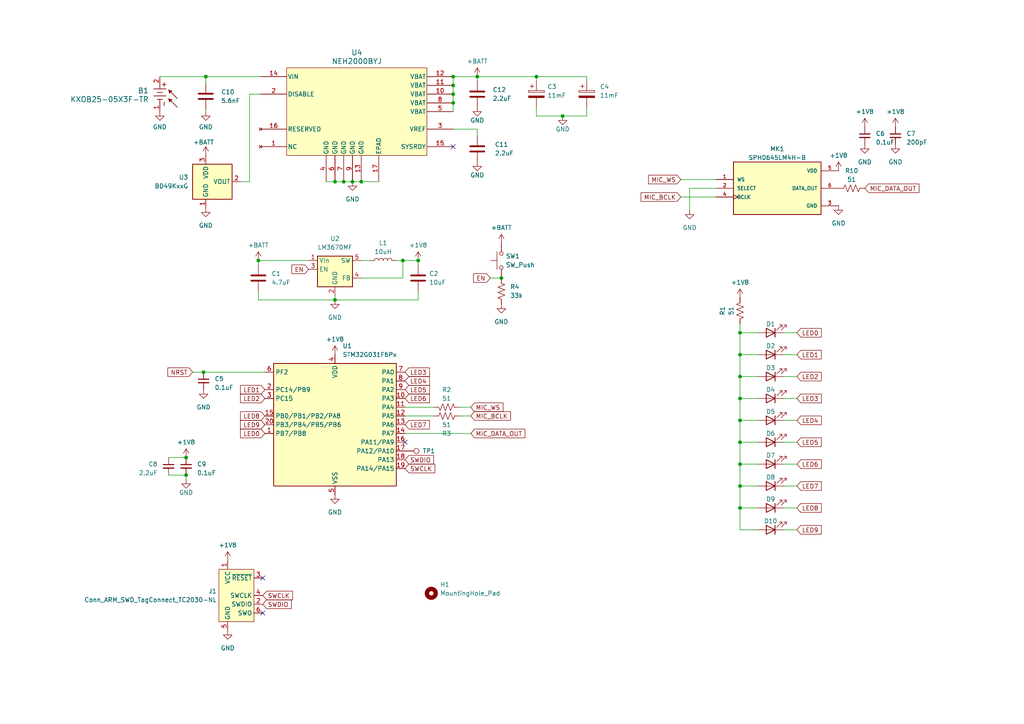
<source format=kicad_sch>
(kicad_sch (version 20230121) (generator eeschema)
  (paper "A4")
  (title_block (title "NoiseCard") (date "2024-06-10") (rev "2") (company "bitgloo") (comment 1 "Drawn by Clyne Sullivan") (comment 2 "Released under the CERN Open Hardware License Version 2 - Strongly Reciprocal"))
  (lib_symbols
    (symbol "2024-06-10_19-49-35:NEH2000BYJ" (pin_names (offset 0.254))
      (property "Reference" "U" (at 27.94 10.16 0))
      (property "Value" "NEH2000BYJ" (at 27.94 7.62 0))
      (symbol "NEH2000BYJ_0_1"
        (pin no_connect line (at 0 -20.32 0) (length 7.62) (name "NC") (number "1"))
        (pin power_in line (at 55.88 -5.08 180) (length 7.62) (name "VBAT") (number "10"))
        (pin power_in line (at 55.88 -2.54 180) (length 7.62) (name "VBAT") (number "11"))
        (pin power_in line (at 55.88 0 180) (length 7.62) (name "VBAT") (number "12"))
        (pin power_out line (at 29.21 -30.48 90) (length 7.62) (name "GND") (number "13"))
        (pin input line (at 0 0 0) (length 7.62) (name "VIN") (number "14"))
        (pin output line (at 55.88 -20.32 180) (length 7.62) (name "SYSRDY") (number "15"))
        (pin no_connect line (at 0 -15.24 0) (length 7.62) (name "RESERVED") (number "16"))
        (pin power_out line (at 34.29 -30.48 90) (length 7.62) (name "EPAD") (number "17"))
        (pin unspecified line (at 0 -5.08 0) (length 7.62) (name "DISABLE") (number "2"))
        (pin power_in line (at 55.88 -15.24 180) (length 7.62) (name "VREF") (number "3"))
        (pin power_out line (at 19.05 -30.48 90) (length 7.62) (name "GND") (number "4"))
        (pin power_in line (at 55.88 -10.16 180) (length 7.62) (name "VBAT") (number "5"))
        (pin power_out line (at 21.59 -30.48 90) (length 7.62) (name "GND") (number "6"))
        (pin power_out line (at 24.13 -30.48 90) (length 7.62) (name "GND") (number "7"))
        (pin power_in line (at 55.88 -7.62 180) (length 7.62) (name "VBAT") (number "8"))
        (pin power_out line (at 26.67 -30.48 90) (length 7.62) (name "GND") (number "9"))
      )
      (symbol "NEH2000BYJ_1_1"
        (rectangle (start 7.62 2.54) (end 48.26 -22.86) (fill (type background)))
      )
    )
    (symbol "Connector:Conn_ARM_SWD_TagConnect_TC2030-NL" (in_bom no)
      (property "Reference" "J" (at 2.54 11.43 0))
      (property "Value" "Conn_ARM_SWD_TagConnect_TC2030-NL" (at 2.54 8.89 0))
      (symbol "Conn_ARM_SWD_TagConnect_TC2030-NL_0_0"
        (pin power_in line (at -2.54 10.16 270) (length 2.54) (name "VCC") (number "1"))
        (pin bidirectional line (at 7.62 -2.54 180) (length 2.54) (name "SWDIO") (number "2"))
        (pin open_collector line (at 7.62 5.08 180) (length 2.54) (name "~{RESET}") (number "3"))
        (pin output line (at 7.62 0 180) (length 2.54) (name "SWCLK") (number "4"))
        (pin power_in line (at -2.54 -10.16 90) (length 2.54) (name "GND") (number "5"))
        (pin input line (at 7.62 -5.08 180) (length 2.54) (name "SWO") (number "6"))
      )
      (symbol "Conn_ARM_SWD_TagConnect_TC2030-NL_0_1"
        (rectangle (start -5.08 7.62) (end 5.08 -7.62) (fill (type background)))
      )
    )
    (symbol "Connector:TestPoint" (pin_numbers hide) (pin_names (offset 0.762) hide)
      (property "Reference" "TP" (at 0 6.858 0))
      (property "Value" "TestPoint" (at 0 5.08 0))
      (symbol "TestPoint_0_1"
        (circle (center 0 3.302) (radius 0.762))
      )
      (symbol "TestPoint_1_1"
        (pin passive line (at 0 0 90) (length 2.54) (name "1") (number "1"))
      )
    )
    (symbol "Device:C" (pin_numbers hide) (pin_names (offset 0.254))
      (property "Reference" "C" (at 0.635 2.54 0))
      (property "Value" "C" (at 0.635 -2.54 0))
      (symbol "C_0_1"
        (polyline (pts (xy -2.032 -0.762) (xy 2.032 -0.762)) (stroke (width 0.508)))
        (polyline (pts (xy -2.032 0.762) (xy 2.032 0.762)) (stroke (width 0.508)))
      )
      (symbol "C_1_1"
        (pin passive line (at 0 3.81 270) (length 2.794) (name "~") (number "1"))
        (pin passive line (at 0 -3.81 90) (length 2.794) (name "~") (number "2"))
      )
    )
    (symbol "Device:C_Polarized" (pin_numbers hide) (pin_names (offset 0.254))
      (property "Reference" "C" (at 0.635 2.54 0))
      (property "Value" "C_Polarized" (at 0.635 -2.54 0))
      (symbol "C_Polarized_0_1"
        (rectangle (start -2.286 0.508) (end 2.286 1.016))
        (polyline (pts (xy -1.778 2.286) (xy -0.762 2.286)))
        (polyline (pts (xy -1.27 2.794) (xy -1.27 1.778)))
        (rectangle (start 2.286 -0.508) (end -2.286 -1.016) (fill (type outline)))
      )
      (symbol "C_Polarized_1_1"
        (pin passive line (at 0 3.81 270) (length 2.794) (name "~") (number "1"))
        (pin passive line (at 0 -3.81 90) (length 2.794) (name "~") (number "2"))
      )
    )
    (symbol "Device:C_Small" (pin_numbers hide) (pin_names (offset 0.254) hide)
      (property "Reference" "C" (at 0.254 1.778 0))
      (property "Value" "C_Small" (at 0.254 -2.032 0))
      (symbol "C_Small_0_1"
        (polyline (pts (xy -1.524 -0.508) (xy 1.524 -0.508)) (stroke (width 0.3302)))
        (polyline (pts (xy -1.524 0.508) (xy 1.524 0.508)) (stroke (width 0.3048)))
      )
      (symbol "C_Small_1_1"
        (pin passive line (at 0 2.54 270) (length 2.032) (name "~") (number "1"))
        (pin passive line (at 0 -2.54 90) (length 2.032) (name "~") (number "2"))
      )
    )
    (symbol "Device:L" (pin_numbers hide) (pin_names (offset 1.016) hide)
      (property "Reference" "L" (at -1.27 0 90))
      (property "Value" "L" (at 1.905 0 90))
      (symbol "L_0_1"
        (arc (start 0 -2.54) (mid 0.6323 -1.905) (end 0 -1.27))
        (arc (start 0 -1.27) (mid 0.6323 -0.635) (end 0 0))
        (arc (start 0 0) (mid 0.6323 0.635) (end 0 1.27))
        (arc (start 0 1.27) (mid 0.6323 1.905) (end 0 2.54))
      )
      (symbol "L_1_1"
        (pin passive line (at 0 3.81 270) (length 1.27) (name "1") (number "1"))
        (pin passive line (at 0 -3.81 90) (length 1.27) (name "2") (number "2"))
      )
    )
    (symbol "Device:LED" (pin_numbers hide) (pin_names (offset 1.016) hide)
      (property "Reference" "D" (at 0 2.54 0))
      (property "Value" "LED" (at 0 -2.54 0))
      (symbol "LED_0_1"
        (polyline (pts (xy -1.27 -1.27) (xy -1.27 1.27)) (stroke (width 0.254)))
        (polyline (pts (xy -1.27 0) (xy 1.27 0)))
        (polyline (pts (xy 1.27 -1.27) (xy 1.27 1.27) (xy -1.27 0) (xy 1.27 -1.27)) (stroke (width 0.254)))
        (polyline (pts (xy -3.048 -0.762) (xy -4.572 -2.286) (xy -3.81 -2.286) (xy -4.572 -2.286) (xy -4.572 -1.524)))
        (polyline (pts (xy -1.778 -0.762) (xy -3.302 -2.286) (xy -2.54 -2.286) (xy -3.302 -2.286) (xy -3.302 -1.524)))
      )
      (symbol "LED_1_1"
        (pin passive line (at -3.81 0 0) (length 2.54) (name "K") (number "1"))
        (pin passive line (at 3.81 0 180) (length 2.54) (name "A") (number "2"))
      )
    )
    (symbol "Device:R_US" (pin_numbers hide) (pin_names (offset 0))
      (property "Reference" "R" (at 2.54 0 90))
      (property "Value" "R_US" (at -2.54 0 90))
      (symbol "R_US_0_1"
        (polyline (pts (xy 0 -2.286) (xy 0 -2.54)))
        (polyline (pts (xy 0 2.286) (xy 0 2.54)))
        (polyline (pts (xy 0 -0.762) (xy 1.016 -1.143) (xy 0 -1.524) (xy -1.016 -1.905) (xy 0 -2.286)))
        (polyline (pts (xy 0 0.762) (xy 1.016 0.381) (xy 0 0) (xy -1.016 -0.381) (xy 0 -0.762)))
        (polyline (pts (xy 0 2.286) (xy 1.016 1.905) (xy 0 1.524) (xy -1.016 1.143) (xy 0 0.762)))
      )
      (symbol "R_US_1_1"
        (pin passive line (at 0 3.81 270) (length 1.27) (name "~") (number "1"))
        (pin passive line (at 0 -3.81 90) (length 1.27) (name "~") (number "2"))
      )
    )
    (symbol "MCU_ST_STM32G0:STM32G031F6Px"
      (property "Reference" "U" (at -17.78 19.05 0))
      (property "Value" "STM32G031F6Px" (at 2.54 19.05 0))
      (symbol "STM32G031F6Px_0_1"
        (rectangle (start -17.78 -17.78) (end 17.78 17.78) (stroke (width 0.254)) (fill (type background)))
      )
      (symbol "STM32G031F6Px_1_1"
        (pin bidirectional line (at -20.32 -2.54 0) (length 2.54) (name "PB7/PB8") (number "1"))
        (pin bidirectional line (at 20.32 7.62 180) (length 2.54) (name "PA3") (number "10"))
        (pin bidirectional line (at 20.32 5.08 180) (length 2.54) (name "PA4") (number "11"))
        (pin bidirectional line (at 20.32 2.54 180) (length 2.54) (name "PA5") (number "12"))
        (pin bidirectional line (at 20.32 0 180) (length 2.54) (name "PA6") (number "13"))
        (pin bidirectional line (at 20.32 -2.54 180) (length 2.54) (name "PA7") (number "14"))
        (pin bidirectional line (at -20.32 2.54 0) (length 2.54) (name "PB0/PB1/PB2/PA8") (number "15"))
        (pin bidirectional line (at 20.32 -5.08 180) (length 2.54) (name "PA11/PA9") (number "16"))
        (pin bidirectional line (at 20.32 -7.62 180) (length 2.54) (name "PA12/PA10") (number "17"))
        (pin bidirectional line (at 20.32 -10.16 180) (length 2.54) (name "PA13") (number "18"))
        (pin bidirectional line (at 20.32 -12.7 180) (length 2.54) (name "PA14/PA15") (number "19"))
        (pin bidirectional line (at -20.32 10.16 0) (length 2.54) (name "PC14/PB9") (number "2"))
        (pin bidirectional line (at -20.32 0 0) (length 2.54) (name "PB3/PB4/PB5/PB6") (number "20"))
        (pin bidirectional line (at -20.32 7.62 0) (length 2.54) (name "PC15") (number "3"))
        (pin power_in line (at 0 20.32 270) (length 2.54) (name "VDD") (number "4"))
        (pin power_in line (at 0 -20.32 90) (length 2.54) (name "VSS") (number "5"))
        (pin bidirectional line (at -20.32 15.24 0) (length 2.54) (name "PF2") (number "6"))
        (pin bidirectional line (at 20.32 15.24 180) (length 2.54) (name "PA0") (number "7"))
        (pin bidirectional line (at 20.32 12.7 180) (length 2.54) (name "PA1") (number "8"))
        (pin bidirectional line (at 20.32 10.16 180) (length 2.54) (name "PA2") (number "9"))
      )
    )
    (symbol "Mechanical:MountingHole" (pin_names (offset 1.016))
      (property "Reference" "H" (at 0 5.08 0))
      (property "Value" "MountingHole" (at 0 3.175 0))
      (symbol "MountingHole_0_1"
        (circle (center 0 0) (radius 1.27) (stroke (width 1.27)))
      )
    )
    (symbol "Power_Management:BD49KxxG"
      (property "Reference" "U" (at -3.81 6.35 0))
      (property "Value" "BD49KxxG" (at -5.08 0 90))
      (symbol "BD49KxxG_1_1"
        (rectangle (start -3.81 5.08) (end 7.62 -5.08) (stroke (width 0.254)) (fill (type background)))
        (pin power_in line (at 0 -7.62 90) (length 2.54) (name "GND") (number "1"))
        (pin output line (at 10.16 0 180) (length 2.54) (name "VOUT") (number "2"))
        (pin power_in line (at 0 7.62 270) (length 2.54) (name "VDD") (number "3"))
      )
    )
    (symbol "Regulator_Switching:LM3670MF"
      (property "Reference" "U" (at -5.08 5.08 0))
      (property "Value" "LM3670MF" (at 0 5.08 0))
      (symbol "LM3670MF_0_1"
        (rectangle (start -5.08 3.81) (end 5.08 -5.08) (stroke (width 0.254)) (fill (type background)))
      )
      (symbol "LM3670MF_1_1"
        (pin power_in line (at -7.62 2.54 0) (length 2.54) (name "Vin") (number "1"))
        (pin power_in line (at 0 -7.62 90) (length 2.54) (name "GND") (number "2"))
        (pin input line (at -7.62 0 0) (length 2.54) (name "EN") (number "3"))
        (pin input line (at 7.62 -2.54 180) (length 2.54) (name "FB") (number "4"))
        (pin input line (at 7.62 2.54 180) (length 2.54) (name "SW") (number "5"))
      )
    )
    (symbol "Switch:SW_Push" (pin_numbers hide) (pin_names (offset 1.016) hide)
      (property "Reference" "SW" (at 1.27 2.54 0))
      (property "Value" "SW_Push" (at 0 -1.524 0))
      (symbol "SW_Push_0_1"
        (circle (center -2.032 0) (radius 0.508))
        (polyline (pts (xy 0 1.27) (xy 0 3.048)))
        (polyline (pts (xy 2.54 1.27) (xy -2.54 1.27)))
        (circle (center 2.032 0) (radius 0.508))
        (pin passive line (at -5.08 0 0) (length 2.54) (name "1") (number "1"))
        (pin passive line (at 5.08 0 180) (length 2.54) (name "2") (number "2"))
      )
    )
    (symbol "noisemeter:KXOB25-02X8F-TR" (pin_names (offset 0.254))
      (property "Reference" "B" (at 4.826 8.89 0))
      (property "Value" "KXOB25-02X8F-TR" (at 5.08 -3.81 0))
      (symbol "KXOB25-02X8F-TR_0_1"
        (polyline (pts (xy 1.778 1.27) (xy 2.794 1.27)) (stroke (width 0.2032)))
        (polyline (pts (xy 2.286 0.762) (xy 2.286 1.778)) (stroke (width 0.2032)))
        (polyline (pts (xy 2.54 0) (xy 3.4798 0)) (stroke (width 0.2032)))
        (polyline (pts (xy 3.556 -1.778) (xy 3.556 1.778)) (stroke (width 0.2032)))
        (polyline (pts (xy 4.318 3.048) (xy 6.35 5.08)) (stroke (width 0.2032)))
        (polyline (pts (xy 4.572 0.762) (xy 4.572 -0.762)) (stroke (width 0.2032)))
        (polyline (pts (xy 5.588 -1.778) (xy 5.588 1.778)) (stroke (width 0.2032)))
        (polyline (pts (xy 6.604 0) (xy 7.62 0)) (stroke (width 0.2032)))
        (polyline (pts (xy 6.604 0.762) (xy 6.604 -0.762)) (stroke (width 0.2032)))
        (polyline (pts (xy 6.858 3.048) (xy 8.89 5.08)) (stroke (width 0.2032)))
        (polyline (pts (xy 7.366 1.27) (xy 8.382 1.27)) (stroke (width 0.2032)))
        (polyline (pts (xy 3.81 2.54) (xy 4.826 2.794) (xy 4.064 3.556)) (fill (type outline)))
        (polyline (pts (xy 6.35 2.54) (xy 7.366 2.794) (xy 6.604 3.556)) (fill (type outline)))
        (pin unspecified line (at 10.16 0 180) (length 2.54) (name "") (number "1"))
        (pin unspecified line (at 0 0 0) (length 2.54) (name "") (number "2"))
      )
    )
    (symbol "noisemeter:SPH0645LM4H-B" (pin_names (offset 1.016))
      (property "Reference" "MK" (at -12.7399 8.1466 0))
      (property "Value" "SPH0645LM4H-B" (at -12.7473 -10.1926 0))
      (symbol "SPH0645LM4H-B_0_0"
        (rectangle (start -12.7 -7.62) (end 12.7 7.62) (stroke (width 0.254)) (fill (type background)))
        (pin input line (at -17.78 2.54 0) (length 5.08) (name "WS") (number "1"))
        (pin input line (at -17.78 0 0) (length 5.08) (name "SELECT") (number "2"))
        (pin power_in line (at 17.78 -5.08 180) (length 5.08) (name "GND") (number "3"))
        (pin input clock (at -17.78 -2.54 0) (length 5.08) (name "BCLK") (number "4"))
        (pin power_in line (at 17.78 5.08 180) (length 5.08) (name "VDD") (number "5"))
        (pin output line (at 17.78 0 180) (length 5.08) (name "DATA_OUT") (number "6"))
      )
    )
    (symbol "power:+1V8" (power) (pin_names (offset 0))
      (property "Value" "+1V8" (at 0 3.556 0))
      (symbol "+1V8_0_1"
        (polyline (pts (xy -0.762 1.27) (xy 0 2.54)))
        (polyline (pts (xy 0 0) (xy 0 2.54)))
        (polyline (pts (xy 0 2.54) (xy 0.762 1.27)))
      )
      (symbol "+1V8_1_1"
        (pin power_in line (at 0 0 90) (length 0) hide (name "+1V8") (number "1"))
      )
    )
    (symbol "power:+BATT" (power) (pin_names (offset 0))
      (property "Value" "+BATT" (at 0 3.556 0))
      (symbol "+BATT_0_1"
        (polyline (pts (xy -0.762 1.27) (xy 0 2.54)))
        (polyline (pts (xy 0 0) (xy 0 2.54)))
        (polyline (pts (xy 0 2.54) (xy 0.762 1.27)))
      )
      (symbol "+BATT_1_1"
        (pin power_in line (at 0 0 90) (length 0) hide (name "+BATT") (number "1"))
      )
    )
    (symbol "power:GND" (power) (pin_names (offset 0))
      (property "Value" "GND" (at 0 -3.81 0))
      (symbol "GND_0_1"
        (polyline (pts (xy 0 0) (xy 0 -1.27) (xy 1.27 -1.27) (xy 0 -2.54) (xy -1.27 -1.27) (xy 0 -1.27)))
      )
      (symbol "GND_1_1"
        (pin power_in line (at 0 0 270) (length 0) hide (name "GND") (number "1"))
      )
    )
  )
  (junction (at 214.63 147.32))
  (junction (at 59.055 107.95))
  (junction (at 138.43 22.225))
  (junction (at 116.84 75.565))
  (junction (at 131.445 27.305))
  (junction (at 131.445 24.765))
  (junction (at 53.975 132.715))
  (junction (at 214.63 102.87))
  (junction (at 131.445 29.845))
  (junction (at 53.975 137.795))
  (junction (at 214.63 115.57))
  (junction (at 131.445 22.225))
  (junction (at 59.69 22.225))
  (junction (at 121.285 75.565))
  (junction (at 104.775 52.705))
  (junction (at 99.695 52.705))
  (junction (at 145.415 80.645))
  (junction (at 214.63 121.92))
  (junction (at 155.575 22.225))
  (junction (at 163.195 33.655))
  (junction (at 102.235 52.705))
  (junction (at 214.63 109.22))
  (junction (at 214.63 128.27))
  (junction (at 97.155 86.995))
  (junction (at 97.155 52.705))
  (junction (at 74.93 75.565))
  (junction (at 214.63 134.62))
  (junction (at 214.63 140.97))
  (junction (at 214.63 96.52))
  (no_connect (at 117.475 128.27))
  (no_connect (at 76.2 167.64))
  (no_connect (at 131.445 42.545))
  (no_connect (at 76.2 177.8))
  (wire (pts (xy 117.475 125.73) (xy 136.525 125.73)))
  (wire (pts (xy 214.63 128.27) (xy 214.63 134.62)))
  (wire (pts (xy 59.69 22.225) (xy 59.69 24.13)))
  (wire (pts (xy 104.775 52.705) (xy 109.855 52.705)))
  (wire (pts (xy 200.025 54.61) (xy 207.645 54.61)))
  (wire (pts (xy 131.445 37.465) (xy 138.43 37.465)))
  (wire (pts (xy 74.93 84.455) (xy 74.93 86.995)))
  (wire (pts (xy 155.575 23.495) (xy 155.575 22.225)))
  (wire (pts (xy 214.63 121.92) (xy 214.63 128.27)))
  (wire (pts (xy 131.445 24.765) (xy 131.445 27.305)))
  (wire (pts (xy 170.18 31.115) (xy 170.18 33.655)))
  (wire (pts (xy 231.14 115.57) (xy 227.33 115.57)))
  (wire (pts (xy 138.43 37.465) (xy 138.43 39.37)))
  (wire (pts (xy 104.775 80.645) (xy 116.84 80.645)))
  (wire (pts (xy 48.895 132.715) (xy 53.975 132.715)))
  (wire (pts (xy 214.63 109.22) (xy 214.63 115.57)))
  (wire (pts (xy 75.565 27.305) (xy 72.39 27.305)))
  (wire (pts (xy 104.775 75.565) (xy 107.315 75.565)))
  (wire (pts (xy 231.14 134.62) (xy 227.33 134.62)))
  (wire (pts (xy 138.43 23.495) (xy 138.43 22.225)))
  (wire (pts (xy 214.63 102.87) (xy 214.63 109.22)))
  (wire (pts (xy 214.63 115.57) (xy 219.71 115.57)))
  (wire (pts (xy 46.355 22.225) (xy 59.69 22.225)))
  (wire (pts (xy 197.485 57.15) (xy 207.645 57.15)))
  (wire (pts (xy 214.63 109.22) (xy 219.71 109.22)))
  (wire (pts (xy 231.14 102.87) (xy 227.33 102.87)))
  (wire (pts (xy 131.445 22.225) (xy 138.43 22.225)))
  (wire (pts (xy 117.475 120.65) (xy 125.73 120.65)))
  (wire (pts (xy 231.14 147.32) (xy 227.33 147.32)))
  (wire (pts (xy 197.485 52.07) (xy 207.645 52.07)))
  (wire (pts (xy 200.025 54.61) (xy 200.025 60.96)))
  (wire (pts (xy 231.14 128.27) (xy 227.33 128.27)))
  (wire (pts (xy 138.43 22.225) (xy 155.575 22.225)))
  (wire (pts (xy 231.14 109.22) (xy 227.33 109.22)))
  (wire (pts (xy 55.88 107.95) (xy 59.055 107.95)))
  (wire (pts (xy 231.14 153.67) (xy 227.33 153.67)))
  (wire (pts (xy 133.35 120.65) (xy 136.525 120.65)))
  (wire (pts (xy 74.93 75.565) (xy 89.535 75.565)))
  (wire (pts (xy 214.63 134.62) (xy 214.63 140.97)))
  (wire (pts (xy 121.285 75.565) (xy 121.285 76.835)))
  (wire (pts (xy 163.195 33.655) (xy 170.18 33.655)))
  (wire (pts (xy 133.35 118.11) (xy 136.525 118.11)))
  (wire (pts (xy 214.63 93.98) (xy 214.63 96.52)))
  (wire (pts (xy 214.63 128.27) (xy 219.71 128.27)))
  (wire (pts (xy 48.895 137.795) (xy 53.975 137.795)))
  (wire (pts (xy 214.63 134.62) (xy 219.71 134.62)))
  (wire (pts (xy 214.63 115.57) (xy 214.63 121.92)))
  (wire (pts (xy 59.69 32.385) (xy 59.69 31.75)))
  (wire (pts (xy 102.235 52.705) (xy 104.775 52.705)))
  (wire (pts (xy 214.63 140.97) (xy 219.71 140.97)))
  (wire (pts (xy 117.475 118.11) (xy 125.73 118.11)))
  (wire (pts (xy 214.63 102.87) (xy 219.71 102.87)))
  (wire (pts (xy 94.615 52.705) (xy 97.155 52.705)))
  (wire (pts (xy 155.575 22.225) (xy 170.18 22.225)))
  (wire (pts (xy 214.63 147.32) (xy 214.63 153.67)))
  (wire (pts (xy 72.39 27.305) (xy 72.39 52.705)))
  (wire (pts (xy 214.63 121.92) (xy 219.71 121.92)))
  (wire (pts (xy 114.935 75.565) (xy 116.84 75.565)))
  (wire (pts (xy 214.63 96.52) (xy 219.71 96.52)))
  (wire (pts (xy 155.575 31.115) (xy 155.575 33.655)))
  (wire (pts (xy 97.155 86.995) (xy 121.285 86.995)))
  (wire (pts (xy 72.39 52.705) (xy 69.85 52.705)))
  (wire (pts (xy 131.445 27.305) (xy 131.445 29.845)))
  (wire (pts (xy 214.63 147.32) (xy 219.71 147.32)))
  (wire (pts (xy 155.575 33.655) (xy 163.195 33.655)))
  (wire (pts (xy 231.14 140.97) (xy 227.33 140.97)))
  (wire (pts (xy 53.975 139.065) (xy 53.975 137.795)))
  (wire (pts (xy 214.63 140.97) (xy 214.63 147.32)))
  (wire (pts (xy 131.445 29.845) (xy 131.445 32.385)))
  (wire (pts (xy 231.14 96.52) (xy 227.33 96.52)))
  (wire (pts (xy 142.24 80.645) (xy 145.415 80.645)))
  (wire (pts (xy 75.565 22.225) (xy 59.69 22.225)))
  (wire (pts (xy 214.63 96.52) (xy 214.63 102.87)))
  (wire (pts (xy 116.84 80.645) (xy 116.84 75.565)))
  (wire (pts (xy 116.84 75.565) (xy 121.285 75.565)))
  (wire (pts (xy 231.14 121.92) (xy 227.33 121.92)))
  (wire (pts (xy 74.93 86.995) (xy 97.155 86.995)))
  (wire (pts (xy 121.285 86.995) (xy 121.285 84.455)))
  (wire (pts (xy 59.055 107.95) (xy 76.835 107.95)))
  (wire (pts (xy 97.155 52.705) (xy 99.695 52.705)))
  (wire (pts (xy 170.18 23.495) (xy 170.18 22.225)))
  (wire (pts (xy 99.695 52.705) (xy 102.235 52.705)))
  (wire (pts (xy 131.445 22.225) (xy 131.445 24.765)))
  (wire (pts (xy 214.63 153.67) (xy 219.71 153.67)))
  (wire (pts (xy 97.155 85.725) (xy 97.155 86.995)))
  (wire (pts (xy 74.93 76.835) (xy 74.93 75.565)))
  (global_label "LED0" (shape input) (at 76.835 125.73 180) (property "Intersheetrefs" "${INTERSHEET_REFS}" (effects hide)))
  (global_label "EN" (shape input) (at 142.24 80.645 180) (property "Intersheetrefs" "${INTERSHEET_REFS}" (effects hide)))
  (global_label "LED0" (shape input) (at 231.14 96.52 0) (property "Intersheetrefs" "${INTERSHEET_REFS}" (effects hide)))
  (global_label "LED7" (shape input) (at 231.14 140.97 0) (property "Intersheetrefs" "${INTERSHEET_REFS}" (effects hide)))
  (global_label "MIC_WS" (shape input) (at 197.485 52.07 180) (property "Intersheetrefs" "${INTERSHEET_REFS}" (effects hide)))
  (global_label "LED6" (shape input) (at 231.14 134.62 0) (property "Intersheetrefs" "${INTERSHEET_REFS}" (effects hide)))
  (global_label "LED3" (shape input) (at 231.14 115.57 0) (property "Intersheetrefs" "${INTERSHEET_REFS}" (effects hide)))
  (global_label "LED3" (shape input) (at 117.475 107.95 0) (property "Intersheetrefs" "${INTERSHEET_REFS}" (effects hide)))
  (global_label "LED1" (shape input) (at 76.835 113.03 180) (property "Intersheetrefs" "${INTERSHEET_REFS}" (effects hide)))
  (global_label "LED2" (shape input) (at 231.14 109.22 0) (property "Intersheetrefs" "${INTERSHEET_REFS}" (effects hide)))
  (global_label "LED4" (shape input) (at 231.14 121.92 0) (property "Intersheetrefs" "${INTERSHEET_REFS}" (effects hide)))
  (global_label "LED9" (shape input) (at 76.835 123.19 180) (property "Intersheetrefs" "${INTERSHEET_REFS}" (effects hide)))
  (global_label "MIC_DATA_OUT" (shape input) (at 136.525 125.73 0) (property "Intersheetrefs" "${INTERSHEET_REFS}" (effects hide)))
  (global_label "EN" (shape input) (at 89.535 78.105 180) (property "Intersheetrefs" "${INTERSHEET_REFS}" (effects hide)))
  (global_label "NRST" (shape input) (at 55.88 107.95 180) (property "Intersheetrefs" "${INTERSHEET_REFS}" (effects hide)))
  (global_label "LED7" (shape input) (at 117.475 123.19 0) (property "Intersheetrefs" "${INTERSHEET_REFS}" (effects hide)))
  (global_label "MIC_WS" (shape input) (at 136.525 118.11 0) (property "Intersheetrefs" "${INTERSHEET_REFS}" (effects hide)))
  (global_label "MIC_BCLK" (shape input) (at 197.485 57.15 180) (property "Intersheetrefs" "${INTERSHEET_REFS}" (effects hide)))
  (global_label "MIC_DATA_OUT" (shape input) (at 250.825 54.61 0) (property "Intersheetrefs" "${INTERSHEET_REFS}" (effects hide)))
  (global_label "SWDIO" (shape input) (at 76.2 175.26 0) (property "Intersheetrefs" "${INTERSHEET_REFS}" (effects hide)))
  (global_label "LED2" (shape input) (at 76.835 115.57 180) (property "Intersheetrefs" "${INTERSHEET_REFS}" (effects hide)))
  (global_label "LED4" (shape input) (at 117.475 110.49 0) (property "Intersheetrefs" "${INTERSHEET_REFS}" (effects hide)))
  (global_label "MIC_BCLK" (shape input) (at 136.525 120.65 0) (property "Intersheetrefs" "${INTERSHEET_REFS}" (effects hide)))
  (global_label "LED5" (shape input) (at 231.14 128.27 0) (property "Intersheetrefs" "${INTERSHEET_REFS}" (effects hide)))
  (global_label "LED8" (shape input) (at 231.14 147.32 0) (property "Intersheetrefs" "${INTERSHEET_REFS}" (effects hide)))
  (global_label "SWDIO" (shape input) (at 117.475 133.35 0) (property "Intersheetrefs" "${INTERSHEET_REFS}" (effects hide)))
  (global_label "LED8" (shape input) (at 76.835 120.65 180) (property "Intersheetrefs" "${INTERSHEET_REFS}" (effects hide)))
  (global_label "LED6" (shape input) (at 117.475 115.57 0) (property "Intersheetrefs" "${INTERSHEET_REFS}" (effects hide)))
  (global_label "SWCLK" (shape input) (at 117.475 135.89 0) (property "Intersheetrefs" "${INTERSHEET_REFS}" (effects hide)))
  (global_label "LED1" (shape input) (at 231.14 102.87 0) (property "Intersheetrefs" "${INTERSHEET_REFS}" (effects hide)))
  (global_label "LED5" (shape input) (at 117.475 113.03 0) (property "Intersheetrefs" "${INTERSHEET_REFS}" (effects hide)))
  (global_label "LED9" (shape input) (at 231.14 153.67 0) (property "Intersheetrefs" "${INTERSHEET_REFS}" (effects hide)))
  (global_label "SWCLK" (shape input) (at 76.2 172.72 0) (property "Intersheetrefs" "${INTERSHEET_REFS}" (effects hide)))
  (symbol (lib_id "power:GND") (at 250.825 41.91 0) (unit 1)
    (property "Reference" "#PWR022" (effects hide))
    (property "Value" "GND" (at 250.825 46.99 0))
  )
  (symbol (lib_id "power:+1V8") (at 121.285 75.565 0) (unit 1)
    (property "Reference" "#PWR02" (effects hide))
    (property "Value" "+1V8" (at 121.285 71.12 0))
  )
  (symbol (lib_id "Device:C_Polarized") (at 155.575 27.305 0) (unit 1)
    (property "Reference" "C3" (at 158.75 25.146 0) (effects (justify left)))
    (property "Value" "11mF" (at 158.75 27.686 0) (effects (justify left)))
    (property "Footprint" "Capacitor_SMD:C_1210_3225Metric" (effects hide))
    (property "Part Number" "CPH3225A" (effects hide))
  )
  (symbol (lib_id "Device:LED") (at 223.52 134.62 180) (unit 1)
    (property "Reference" "D7" (at 223.52 132.08 0))
    (property "Value" "LED" (effects hide))
    (property "Footprint" "LED_SMD:LED_0603_1608Metric" (effects hide))
    (property "Part Number" "APTD1608LSURCK" (effects hide))
  )
  (symbol (lib_id "power:+BATT") (at 74.93 75.565 0) (unit 1)
    (property "Reference" "#PWR05" (effects hide))
    (property "Value" "+BATT" (at 74.93 71.12 0))
  )
  (symbol (lib_id "power:GND") (at 59.69 60.325 0) (unit 1)
    (property "Reference" "#PWR018" (effects hide))
    (property "Value" "GND" (at 59.69 65.405 0))
  )
  (symbol (lib_id "Device:C") (at 138.43 27.305 0) (unit 1)
    (property "Reference" "C12" (at 142.875 26.035 0) (effects (justify left)))
    (property "Value" "2.2uF" (at 142.875 28.575 0) (effects (justify left)))
    (property "Footprint" "Capacitor_SMD:C_0805_2012Metric" (effects hide))
    (property "Part Number" "CL21A225KBFNNNE" (effects hide))
  )
  (symbol (lib_id "power:GND") (at 243.205 59.69 0) (unit 1)
    (property "Reference" "#PWR020" (effects hide))
    (property "Value" "GND" (at 243.205 64.77 0))
  )
  (symbol (lib_id "Device:C") (at 59.69 27.94 0) (unit 1)
    (property "Reference" "C10" (at 64.135 26.67 0) (effects (justify left)))
    (property "Value" "5.6nF" (at 64.135 29.21 0) (effects (justify left)))
    (property "Footprint" "Capacitor_SMD:C_0603_1608Metric" (effects hide))
  )
  (symbol (lib_id "Device:LED") (at 223.52 102.87 180) (unit 1)
    (property "Reference" "D2" (at 223.52 100.33 0))
    (property "Value" "LED" (effects hide))
    (property "Footprint" "LED_SMD:LED_0603_1608Metric" (effects hide))
    (property "Part Number" "APTD1608LSURCK" (effects hide))
  )
  (symbol (lib_id "Device:LED") (at 223.52 115.57 180) (unit 1)
    (property "Reference" "D4" (at 223.52 113.03 0))
    (property "Value" "LED" (effects hide))
    (property "Footprint" "LED_SMD:LED_0603_1608Metric" (effects hide))
    (property "Part Number" "APTD1608LSURCK" (effects hide))
  )
  (symbol (lib_id "power:GND") (at 46.355 32.385 0) (unit 1)
    (property "Reference" "#PWR013" (effects hide))
    (property "Value" "GND" (at 46.355 36.83 0))
  )
  (symbol (lib_id "Device:LED") (at 223.52 96.52 180) (unit 1)
    (property "Reference" "D1" (at 223.52 93.98 0))
    (property "Value" "LED" (effects hide))
    (property "Footprint" "LED_SMD:LED_0603_1608Metric" (effects hide))
    (property "Part Number" "APTD1608LSURCK" (effects hide))
  )
  (symbol (lib_id "Connector:TestPoint") (at 117.475 130.81 270) (unit 1)
    (property "Reference" "TP1" (at 122.555 130.81 90) (effects (justify left)))
    (property "Value" "TestPoint" (effects hide))
    (property "Footprint" "TestPoint:TestPoint_Pad_D1.0mm" (effects hide))
  )
  (symbol (lib_id "power:GND") (at 59.69 32.385 0) (unit 1)
    (property "Reference" "#PWR012" (effects hide))
    (property "Value" "GND" (at 59.69 36.83 0))
  )
  (symbol (lib_id "power:GND") (at 138.43 31.115 0) (unit 1)
    (property "Reference" "#PWR015" (effects hide))
    (property "Value" "GND" (at 138.43 34.925 0))
  )
  (symbol (lib_id "power:GND") (at 102.235 52.705 0) (unit 1)
    (property "Reference" "#PWR014" (effects hide))
    (property "Value" "GND" (at 102.235 57.785 0))
  )
  (symbol (lib_id "power:+BATT") (at 145.415 70.485 0) (unit 1)
    (property "Reference" "#PWR08" (effects hide))
    (property "Value" "+BATT" (at 145.415 66.04 0))
  )
  (symbol (lib_id "Device:C_Small") (at 48.895 135.255 0) (unit 1)
    (property "Reference" "C8" (at 45.72 134.6263 0) (effects (justify right)))
    (property "Value" "2.2uF" (at 45.72 137.1663 0) (effects (justify right)))
    (property "Footprint" "Capacitor_SMD:C_0805_2012Metric" (effects hide))
    (property "Part Number" "CL21A225KBFNNNE" (effects hide))
  )
  (symbol (lib_id "power:GND") (at 145.415 88.265 0) (unit 1)
    (property "Reference" "#PWR09" (effects hide))
    (property "Value" "GND" (at 145.415 93.345 0))
  )
  (symbol (lib_id "power:+1V8") (at 243.205 49.53 0) (unit 1)
    (property "Reference" "#PWR032" (effects hide))
    (property "Value" "+1V8" (at 243.205 45.085 0))
  )
  (symbol (lib_id "power:GND") (at 138.43 46.99 0) (unit 1)
    (property "Reference" "#PWR017" (effects hide))
    (property "Value" "GND" (at 138.43 50.8 0))
  )
  (symbol (lib_id "Device:C_Small") (at 53.975 135.255 0) (mirror y) (unit 1)
    (property "Reference" "C9" (at 57.15 134.6263 0) (effects (justify right)))
    (property "Value" "0.1uF" (at 57.15 137.1663 0) (effects (justify right)))
    (property "Footprint" "Capacitor_SMD:C_0603_1608Metric" (effects hide))
    (property "Part Number" "CC0603KRX7R6BB104" (effects hide))
  )
  (symbol (lib_id "Device:C") (at 74.93 80.645 0) (unit 1)
    (property "Reference" "C1" (at 78.74 79.375 0) (effects (justify left)))
    (property "Value" "4.7uF" (at 78.74 81.915 0) (effects (justify left)))
    (property "Footprint" "Capacitor_SMD:C_0805_2012Metric" (effects hide))
    (property "Part Number" "CL21A475KAQNNNE" (effects hide))
  )
  (symbol (lib_id "Device:LED") (at 223.52 121.92 180) (unit 1)
    (property "Reference" "D5" (at 223.52 119.38 0))
    (property "Value" "LED" (effects hide))
    (property "Footprint" "LED_SMD:LED_0603_1608Metric" (effects hide))
    (property "Part Number" "APTD1608LSURCK" (effects hide))
  )
  (symbol (lib_id "Device:R_US") (at 214.63 90.17 0) (mirror y) (unit 1)
    (property "Reference" "R1" (at 209.55 90.17 90))
    (property "Value" "51" (at 212.09 90.17 90))
    (property "Footprint" "Resistor_SMD:R_0603_1608Metric" (effects hide))
    (property "Part Number" "RC0603JR-0751RL" (effects hide))
  )
  (symbol (lib_id "MCU_ST_STM32G0:STM32G031F6Px") (at 97.155 123.19 0) (unit 1)
    (property "Reference" "U1" (at 99.3491 100.33 0) (effects (justify left)))
    (property "Value" "STM32G031F6Px" (at 99.3491 102.87 0) (effects (justify left)))
    (property "Footprint" "Package_SO:TSSOP-20_4.4x6.5mm_P0.65mm" (effects hide))
    (property "Datasheet" "https://www.st.com/resource/en/datasheet/stm32g031f6.pdf" (effects hide))
    (property "Part Number" "STM32G031F6P6" (effects hide))
  )
  (symbol (lib_id "Device:R_US") (at 145.415 84.455 180) (unit 1)
    (property "Reference" "R4" (at 147.955 83.185 0) (effects (justify right)))
    (property "Value" "33k" (at 147.955 85.725 0) (effects (justify right)))
    (property "Footprint" "Resistor_SMD:R_0603_1608Metric" (effects hide))
  )
  (symbol (lib_id "Device:C") (at 121.285 80.645 0) (unit 1)
    (property "Reference" "C2" (at 124.46 79.375 0) (effects (justify left)))
    (property "Value" "10uF" (at 124.46 81.915 0) (effects (justify left)))
    (property "Footprint" "Capacitor_SMD:C_0805_2012Metric" (effects hide))
    (property "Part Number" "CL21A106KOQNNNE" (effects hide))
  )
  (symbol (lib_id "Device:LED") (at 223.52 128.27 180) (unit 1)
    (property "Reference" "D6" (at 223.52 125.73 0))
    (property "Value" "LED" (effects hide))
    (property "Footprint" "LED_SMD:LED_0603_1608Metric" (effects hide))
    (property "Part Number" "APTD1608LSURCK" (effects hide))
  )
  (symbol (lib_id "Device:R_US") (at 129.54 118.11 270) (mirror x) (unit 1)
    (property "Reference" "R2" (at 129.54 113.03 90))
    (property "Value" "51" (at 129.54 115.57 90))
    (property "Footprint" "Resistor_SMD:R_0603_1608Metric" (effects hide))
    (property "Part Number" "RC0603JR-0751RL" (effects hide))
  )
  (symbol (lib_id "power:GND") (at 200.025 60.96 0) (unit 1)
    (property "Reference" "#PWR016" (effects hide))
    (property "Value" "GND" (at 200.025 66.04 0))
  )
  (symbol (lib_id "power:GND") (at 53.975 139.065 0) (unit 1)
    (property "Reference" "#PWR027" (effects hide))
    (property "Value" "GND" (at 53.975 142.875 0))
  )
  (symbol (lib_id "power:+1V8") (at 66.04 162.56 0) (unit 1)
    (property "Reference" "#PWR01" (effects hide))
    (property "Value" "+1V8" (at 66.04 158.115 0))
  )
  (symbol (lib_id "Regulator_Switching:LM3670MF") (at 97.155 78.105 0) (unit 1)
    (property "Reference" "U2" (at 97.155 69.215 0))
    (property "Value" "LM3670MF" (at 97.155 71.755 0))
    (property "Footprint" "Package_TO_SOT_SMD:TSOT-23-5" (effects hide))
    (property "Datasheet" "http://www.ti.com/lit/ds/symlink/lm3670.pdf" (effects hide))
    (property "Part Number" "LM3670MF-1.8/NOPB" (effects hide))
  )
  (symbol (lib_id "power:+1V8") (at 214.63 86.36 0) (unit 1)
    (property "Reference" "#PWR06" (effects hide))
    (property "Value" "+1V8" (at 214.63 81.915 0))
  )
  (symbol (lib_id "power:GND") (at 163.195 33.655 0) (unit 1)
    (property "Reference" "#PWR025" (effects hide))
    (property "Value" "GND" (at 163.195 37.465 0))
  )
  (symbol (lib_id "power:GND") (at 97.155 143.51 0) (unit 1)
    (property "Reference" "#PWR03" (effects hide))
    (property "Value" "GND" (at 97.155 148.59 0))
  )
  (symbol (lib_id "Device:R_US") (at 129.54 120.65 270) (unit 1)
    (property "Reference" "R3" (at 129.54 125.73 90))
    (property "Value" "51" (at 129.54 123.19 90))
    (property "Footprint" "Resistor_SMD:R_0603_1608Metric" (effects hide))
    (property "Part Number" "RC0603JR-0751RL" (effects hide))
  )
  (symbol (lib_id "Connector:Conn_ARM_SWD_TagConnect_TC2030-NL") (at 68.58 172.72 0) (unit 1) (in_bom no)
    (property "Reference" "J1" (at 62.865 171.45 0) (effects (justify right)))
    (property "Value" "Conn_ARM_SWD_TagConnect_TC2030-NL" (at 62.865 173.99 0) (effects (justify right)))
    (property "Footprint" "Connector:Tag-Connect_TC2030-IDC-NL_2x03_P1.27mm_Vertical" (effects hide))
    (property "Datasheet" "https://www.tag-connect.com/wp-content/uploads/bsk-pdf-manager/TC2030-CTX_1.pdf" (effects hide))
  )
  (symbol (lib_id "power:+BATT") (at 59.69 45.085 0) (unit 1)
    (property "Reference" "#PWR023" (effects hide))
    (property "Value" "+BATT" (at 59.055 41.275 0))
  )
  (symbol (lib_id "power:+1V8") (at 97.155 102.87 0) (unit 1)
    (property "Reference" "#PWR031" (effects hide))
    (property "Value" "+1V8" (at 97.155 98.425 0))
  )
  (symbol (lib_id "Device:LED") (at 223.52 147.32 180) (unit 1)
    (property "Reference" "D9" (at 223.52 144.78 0))
    (property "Value" "LED" (effects hide))
    (property "Footprint" "LED_SMD:LED_0603_1608Metric" (effects hide))
    (property "Part Number" "APTD1608LSURCK" (effects hide))
  )
  (symbol (lib_id "Device:C") (at 138.43 43.18 0) (unit 1)
    (property "Reference" "C11" (at 143.51 41.91 0) (effects (justify left)))
    (property "Value" "2.2uF" (at 143.51 44.45 0) (effects (justify left)))
    (property "Footprint" "Capacitor_SMD:C_0805_2012Metric" (effects hide))
    (property "Part Number" "CL21A225KBFNNNE" (effects hide))
  )
  (symbol (lib_id "Device:C_Polarized") (at 170.18 27.305 0) (unit 1)
    (property "Reference" "C4" (at 173.99 25.146 0) (effects (justify left)))
    (property "Value" "11mF" (at 173.99 27.686 0) (effects (justify left)))
    (property "Footprint" "Capacitor_SMD:C_1210_3225Metric" (effects hide))
    (property "Part Number" "CPH3225A" (effects hide))
  )
  (symbol (lib_id "Power_Management:BD49KxxG") (at 59.69 52.705 0) (unit 1)
    (property "Reference" "U3" (at 54.61 51.435 0) (effects (justify right)))
    (property "Value" "BD49KxxG" (at 54.61 53.975 0) (effects (justify right)))
    (property "Footprint" "Package_TO_SOT_SMD:SOT-23" (effects hide))
    (property "Datasheet" "https://www.rohm.de/datasheet/BD4830FVE/bd48xxg-e" (effects hide))
  )
  (symbol (lib_id "power:GND") (at 97.155 86.995 0) (unit 1)
    (property "Reference" "#PWR04" (effects hide))
    (property "Value" "GND" (at 97.155 92.075 0))
  )
  (symbol (lib_id "power:+1V8") (at 53.975 132.715 0) (unit 1)
    (property "Reference" "#PWR035" (effects hide))
    (property "Value" "+1V8" (at 53.975 128.27 0))
  )
  (symbol (lib_id "Device:L") (at 111.125 75.565 90) (unit 1)
    (property "Reference" "L1" (at 111.125 70.485 90))
    (property "Value" "10uH" (at 111.125 73.025 90))
    (property "Footprint" "Inductor_SMD:L_0805_2012Metric" (effects hide))
    (property "Part Number" "MLZ2012N100LT000" (effects hide))
  )
  (symbol (lib_id "Device:LED") (at 223.52 153.67 180) (unit 1)
    (property "Reference" "D10" (at 223.52 151.13 0))
    (property "Value" "LED" (effects hide))
    (property "Footprint" "LED_SMD:LED_0603_1608Metric" (effects hide))
    (property "Part Number" "APTD1608LSURCK" (effects hide))
  )
  (symbol (lib_id "power:+BATT") (at 138.43 22.225 0) (unit 1)
    (property "Reference" "#PWR019" (effects hide))
    (property "Value" "+BATT" (at 138.43 17.78 0))
  )
  (symbol (lib_id "Device:C_Small") (at 250.825 39.37 0) (mirror y) (unit 1)
    (property "Reference" "C6" (at 254 38.7413 0) (effects (justify right)))
    (property "Value" "0.1uF" (at 254 41.2813 0) (effects (justify right)))
    (property "Footprint" "Capacitor_SMD:C_0603_1608Metric" (effects hide))
    (property "Part Number" "CC0603KRX7R6BB104" (effects hide))
  )
  (symbol (lib_id "power:+1V8") (at 259.715 36.83 0) (unit 1)
    (property "Reference" "#PWR034" (effects hide))
    (property "Value" "+1V8" (at 259.715 32.385 0))
  )
  (symbol (lib_id "Device:C_Small") (at 59.055 110.49 0) (mirror y) (unit 1)
    (property "Reference" "C5" (at 62.23 109.8613 0) (effects (justify right)))
    (property "Value" "0.1uF" (at 62.23 112.4013 0) (effects (justify right)))
    (property "Footprint" "Capacitor_SMD:C_0603_1608Metric" (effects hide))
    (property "Part Number" "CC0603KRX7R6BB104" (effects hide))
  )
  (symbol (lib_id "Switch:SW_Push") (at 145.415 75.565 90) (unit 1)
    (property "Reference" "SW1" (at 146.685 74.295 90) (effects (justify right)))
    (property "Value" "SW_Push" (at 146.685 76.835 90) (effects (justify right)))
    (property "Footprint" "Button_Switch_SMD:SW_SPST_EVQP0" (effects hide))
  )
  (symbol (lib_id "noisemeter:SPH0645LM4H-B") (at 225.425 54.61 0) (unit 1)
    (property "Reference" "MK1" (at 225.425 43.18 0))
    (property "Value" "SPH0645LM4H-B" (at 225.425 45.72 0))
    (property "Footprint" "noisemeter:MIC_SPH0645LM4H-B" (effects hide))
    (property "Part Number" "SPH0645LM4H-B" (effects hide))
  )
  (symbol (lib_id "noisemeter:KXOB25-02X8F-TR") (at 46.355 22.225 270) (unit 1)
    (property "Reference" "B1" (at 43.18 26.289 90) (effects (font (size 1.524 1.524)) (justify right)))
    (property "Value" "KXOB25-05X3F-TR" (at 43.18 28.829 90) (effects (font (size 1.524 1.524)) (justify right)))
    (property "Footprint" "Library:KXOB25-02X8F-TR_IXY" (effects hide))
    (property "Part Number" "KXOB25-05X3F-TR" (effects hide))
  )
  (symbol (lib_id "power:GND") (at 66.04 182.88 0) (unit 1)
    (property "Reference" "#PWR021" (effects hide))
    (property "Value" "GND" (at 66.04 187.96 0))
  )
  (symbol (lib_id "Device:R_US") (at 247.015 54.61 90) (unit 1)
    (property "Reference" "R10" (at 247.015 49.53 90))
    (property "Value" "51" (at 247.015 52.07 90))
    (property "Footprint" "Resistor_SMD:R_0603_1608Metric" (effects hide))
    (property "Part Number" "RC0603JR-0751RL" (effects hide))
  )
  (symbol (lib_id "power:GND") (at 259.715 41.91 0) (unit 1)
    (property "Reference" "#PWR024" (effects hide))
    (property "Value" "GND" (at 259.715 46.99 0))
  )
  (symbol (lib_id "Device:LED") (at 223.52 140.97 180) (unit 1)
    (property "Reference" "D8" (at 223.52 138.43 0))
    (property "Value" "LED" (effects hide))
    (property "Footprint" "LED_SMD:LED_0603_1608Metric" (effects hide))
    (property "Part Number" "APTD1608LSURCK" (effects hide))
  )
  (symbol (lib_id "Device:C_Small") (at 259.715 39.37 0) (mirror y) (unit 1)
    (property "Reference" "C7" (at 262.89 38.7413 0) (effects (justify right)))
    (property "Value" "200pF" (at 262.89 41.2813 0) (effects (justify right)))
    (property "Footprint" "Capacitor_SMD:C_0603_1608Metric" (effects hide))
    (property "Part Number" "06033A201FAT2A" (effects hide))
  )
  (symbol (lib_id "power:GND") (at 59.055 113.03 0) (unit 1)
    (property "Reference" "#PWR07" (effects hide))
    (property "Value" "GND" (at 59.055 118.11 0))
  )
  (symbol (lib_id "power:+1V8") (at 250.825 36.83 0) (unit 1)
    (property "Reference" "#PWR033" (effects hide))
    (property "Value" "+1V8" (at 250.825 32.385 0))
  )
  (symbol (lib_id "Mechanical:MountingHole") (at 125.095 172.085 0) (unit 1) (in_bom no)
    (property "Reference" "H1" (at 127.635 169.545 0) (effects (justify left)))
    (property "Value" "MountingHole_Pad" (at 127.635 172.085 0) (effects (justify left)))
    (property "Footprint" "MountingHole:MountingHole_2.5mm" (effects hide))
  )
  (symbol (lib_id "2024-06-10_19-49-35:NEH2000BYJ") (at 75.565 22.225 0) (unit 1)
    (property "Reference" "U4" (at 103.505 15.24 0) (effects (font (size 1.524 1.524))))
    (property "Value" "NEH2000BYJ" (at 103.505 17.78 0) (effects (font (size 1.524 1.524))))
    (property "Footprint" "footprints:HWQFN16_SOT8076-1_NEX" (effects hide))
    (property "Datasheet" "NEH2000BYJ" (effects hide))
    (property "Part Number" "NEH2000BYJ" (effects hide))
  )
  (symbol (lib_id "Device:LED") (at 223.52 109.22 180) (unit 1)
    (property "Reference" "D3" (at 223.52 106.68 0))
    (property "Value" "LED" (effects hide))
    (property "Footprint" "LED_SMD:LED_0603_1608Metric" (effects hide))
    (property "Part Number" "APTD1608LSURCK" (effects hide))
  )
)
</source>
